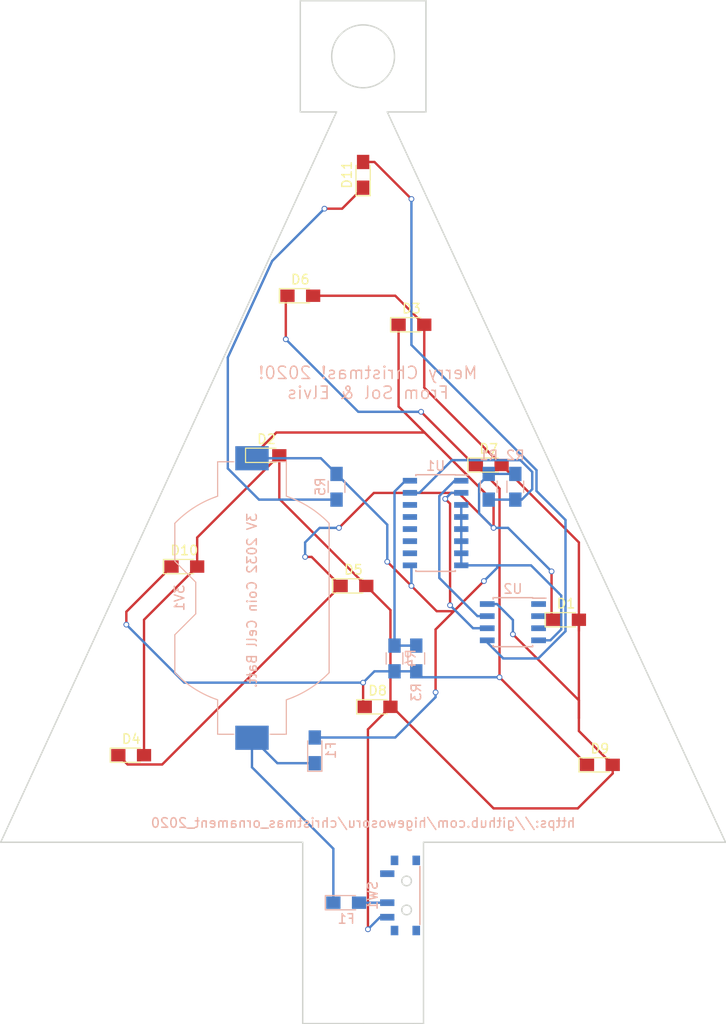
<source format=kicad_pcb>
(kicad_pcb (version 20171130) (host pcbnew 5.1.8-db9833491~88~ubuntu18.04.1)

  (general
    (thickness 1.6)
    (drawings 21)
    (tracks 192)
    (zones 0)
    (modules 22)
    (nets 22)
  )

  (page A4)
  (layers
    (0 F.Cu signal)
    (31 B.Cu signal)
    (32 B.Adhes user)
    (33 F.Adhes user)
    (34 B.Paste user)
    (35 F.Paste user)
    (36 B.SilkS user)
    (37 F.SilkS user)
    (38 B.Mask user)
    (39 F.Mask user)
    (40 Dwgs.User user)
    (41 Cmts.User user)
    (42 Eco1.User user)
    (43 Eco2.User user)
    (44 Edge.Cuts user)
    (45 Margin user)
    (46 B.CrtYd user)
    (47 F.CrtYd user)
    (48 B.Fab user)
    (49 F.Fab user)
  )

  (setup
    (last_trace_width 0.25)
    (trace_clearance 0.2)
    (zone_clearance 0.508)
    (zone_45_only no)
    (trace_min 0.2)
    (via_size 0.6)
    (via_drill 0.4)
    (via_min_size 0.4)
    (via_min_drill 0.3)
    (uvia_size 0.3)
    (uvia_drill 0.1)
    (uvias_allowed no)
    (uvia_min_size 0.2)
    (uvia_min_drill 0.1)
    (edge_width 0.15)
    (segment_width 0.2)
    (pcb_text_width 0.3)
    (pcb_text_size 1.5 1.5)
    (mod_edge_width 0.15)
    (mod_text_size 1 1)
    (mod_text_width 0.15)
    (pad_size 1.5 1.3)
    (pad_drill 0)
    (pad_to_mask_clearance 0.2)
    (aux_axis_origin 0 0)
    (visible_elements FFFFFF7F)
    (pcbplotparams
      (layerselection 0x010f0_ffffffff)
      (usegerberextensions false)
      (usegerberattributes true)
      (usegerberadvancedattributes true)
      (creategerberjobfile true)
      (excludeedgelayer true)
      (linewidth 0.100000)
      (plotframeref false)
      (viasonmask false)
      (mode 1)
      (useauxorigin false)
      (hpglpennumber 1)
      (hpglpenspeed 20)
      (hpglpendiameter 15.000000)
      (psnegative false)
      (psa4output false)
      (plotreference true)
      (plotvalue true)
      (plotinvisibletext false)
      (padsonsilk false)
      (subtractmaskfromsilk false)
      (outputformat 1)
      (mirror false)
      (drillshape 0)
      (scaleselection 1)
      (outputdirectory "./"))
  )

  (net 0 "")
  (net 1 "Net-(3V1-Pad1)")
  (net 2 GND)
  (net 3 "Net-(D1-Pad1)")
  (net 4 +3V3)
  (net 5 "Net-(D10-Pad1)")
  (net 6 "Net-(D11-Pad1)")
  (net 7 "Net-(D11-Pad2)")
  (net 8 "Net-(F1-Pad2)")
  (net 9 /group1)
  (net 10 /group0)
  (net 11 "Net-(SW1-Pad1)")
  (net 12 "Net-(U1-Pad1)")
  (net 13 "Net-(U1-Pad2)")
  (net 14 "Net-(U1-Pad10)")
  (net 15 "Net-(U1-Pad11)")
  (net 16 "Net-(U1-Pad12)")
  (net 17 "Net-(U1-Pad13)")
  (net 18 "Net-(U1-Pad14)")
  (net 19 "Net-(U2-Pad1)")
  (net 20 "Net-(U2-Pad2)")
  (net 21 "Net-(U2-Pad3)")

  (net_class Default "This is the default net class."
    (clearance 0.2)
    (trace_width 0.25)
    (via_dia 0.6)
    (via_drill 0.4)
    (uvia_dia 0.3)
    (uvia_drill 0.1)
    (add_net +3V3)
    (add_net /group0)
    (add_net /group1)
    (add_net GND)
    (add_net "Net-(3V1-Pad1)")
    (add_net "Net-(D1-Pad1)")
    (add_net "Net-(D10-Pad1)")
    (add_net "Net-(D11-Pad1)")
    (add_net "Net-(D11-Pad2)")
    (add_net "Net-(F1-Pad2)")
    (add_net "Net-(SW1-Pad1)")
    (add_net "Net-(U1-Pad1)")
    (add_net "Net-(U1-Pad10)")
    (add_net "Net-(U1-Pad11)")
    (add_net "Net-(U1-Pad12)")
    (add_net "Net-(U1-Pad13)")
    (add_net "Net-(U1-Pad14)")
    (add_net "Net-(U1-Pad2)")
    (add_net "Net-(U2-Pad1)")
    (add_net "Net-(U2-Pad2)")
    (add_net "Net-(U2-Pad3)")
  )

  (module LEDs:LED_0805_HandSoldering (layer B.Cu) (tedit 5FBF2DC9) (tstamp 5FBF2E18)
    (at 83.82 117.348 90)
    (descr "Resistor SMD 0805, hand soldering")
    (tags "resistor 0805")
    (path /5FB228BD)
    (attr smd)
    (fp_text reference F1 (at 0 1.7 90) (layer B.SilkS)
      (effects (font (size 1 1) (thickness 0.15)) (justify mirror))
    )
    (fp_text value 250mA (at 0 -1.75 90) (layer B.Fab)
      (effects (font (size 1 1) (thickness 0.15)) (justify mirror))
    )
    (fp_line (start -2.2 0.75) (end -2.2 -0.75) (layer B.SilkS) (width 0.12))
    (fp_line (start 2.35 -0.9) (end -2.35 -0.9) (layer B.CrtYd) (width 0.05))
    (fp_line (start 2.35 -0.9) (end 2.35 0.9) (layer B.CrtYd) (width 0.05))
    (fp_line (start -2.35 0.9) (end -2.35 -0.9) (layer B.CrtYd) (width 0.05))
    (fp_line (start -2.35 0.9) (end 2.35 0.9) (layer B.CrtYd) (width 0.05))
    (fp_line (start -2.2 0.75) (end 1 0.75) (layer B.SilkS) (width 0.12))
    (fp_line (start 1 -0.75) (end -2.2 -0.75) (layer B.SilkS) (width 0.12))
    (fp_line (start -1 0.62) (end 1 0.62) (layer B.Fab) (width 0.1))
    (fp_line (start 1 0.62) (end 1 -0.62) (layer B.Fab) (width 0.1))
    (fp_line (start 1 -0.62) (end -1 -0.62) (layer B.Fab) (width 0.1))
    (fp_line (start -1 -0.62) (end -1 0.62) (layer B.Fab) (width 0.1))
    (fp_line (start 0.2 0.4) (end 0.2 -0.4) (layer B.Fab) (width 0.1))
    (fp_line (start 0.2 -0.4) (end -0.4 0) (layer B.Fab) (width 0.1))
    (fp_line (start -0.4 0) (end 0.2 0.4) (layer B.Fab) (width 0.1))
    (fp_line (start -0.4 0.4) (end -0.4 -0.4) (layer B.Fab) (width 0.1))
    (pad 2 smd rect (at 1.35 0 90) (size 1.5 1.3) (layers B.Cu B.Paste B.Mask)
      (net 2 GND))
    (pad 1 smd rect (at -1.35 0 90) (size 1.5 1.3) (layers B.Cu B.Paste B.Mask)
      (net 1 "Net-(3V1-Pad1)"))
    (model ${KISYS3DMOD}/LEDs.3dshapes/LED_0805.wrl
      (at (xyz 0 0 0))
      (scale (xyz 1 1 1))
      (rotate (xyz 0 0 0))
    )
  )

  (module Battery_Holders:Keystone_1058_1x2032-CoinCell (layer B.Cu) (tedit 5FBB5CB1) (tstamp 5FBB5CD2)
    (at 77.216 101.346 90)
    (descr http://www.keyelco.com/product-pdf.cfm?p=14028)
    (tags "Keystone type 1058 coin cell retainer")
    (path /5FB1FA26)
    (attr smd)
    (fp_text reference 3V1 (at 0 -7.62 90) (layer B.SilkS)
      (effects (font (size 1 1) (thickness 0.15)) (justify mirror))
    )
    (fp_text value Battery_Cell (at -0.508 -1.778 90) (layer B.Fab)
      (effects (font (size 1 1) (thickness 0.15)) (justify mirror))
    )
    (fp_line (start 11.06 -4.11) (end 16.45 -4.11) (layer B.CrtYd) (width 0.05))
    (fp_line (start 16.45 -4.11) (end 16.45 4.11) (layer B.CrtYd) (width 0.05))
    (fp_line (start 16.45 4.11) (end 11.06 4.11) (layer B.CrtYd) (width 0.05))
    (fp_line (start -16.45 4.11) (end -11.06 4.11) (layer B.CrtYd) (width 0.05))
    (fp_line (start -16.45 4.11) (end -16.45 -4.11) (layer B.CrtYd) (width 0.05))
    (fp_line (start -16.45 -4.11) (end -11.06 -4.11) (layer B.CrtYd) (width 0.05))
    (fp_line (start -14.31 -1.9) (end -14.31 -3.61) (layer B.SilkS) (width 0.12))
    (fp_line (start -10.692 -3.61) (end -14.31 -3.61) (layer B.SilkS) (width 0.12))
    (fp_line (start -3.86 -8.11) (end -7.8473 -8.11) (layer B.SilkS) (width 0.12))
    (fp_line (start -1.66 -5.91) (end -3.86 -8.11) (layer B.SilkS) (width 0.12))
    (fp_line (start 1.66 -5.91) (end -1.66 -5.91) (layer B.SilkS) (width 0.12))
    (fp_line (start 1.66 -5.91) (end 3.86 -8.11) (layer B.SilkS) (width 0.12))
    (fp_line (start 7.8473 -8.11) (end 3.86 -8.11) (layer B.SilkS) (width 0.12))
    (fp_line (start 14.31 -1.9) (end 14.31 -3.61) (layer B.SilkS) (width 0.12))
    (fp_line (start 14.31 -3.61) (end 10.692 -3.61) (layer B.SilkS) (width 0.12))
    (fp_line (start 10.692 3.61) (end 14.31 3.61) (layer B.SilkS) (width 0.12))
    (fp_line (start 14.31 1.9) (end 14.31 3.61) (layer B.SilkS) (width 0.12))
    (fp_line (start -7.8473 8.11) (end 7.8473 8.11) (layer B.SilkS) (width 0.12))
    (fp_line (start -14.31 1.9) (end -14.31 3.61) (layer B.SilkS) (width 0.12))
    (fp_line (start -14.31 3.61) (end -10.692 3.61) (layer B.SilkS) (width 0.12))
    (fp_line (start 14.2 -1.9) (end 14.2 -3.5) (layer B.Fab) (width 0.1))
    (fp_line (start 14.2 -3.5) (end 10.61275 -3.5) (layer B.Fab) (width 0.1))
    (fp_line (start 10.61275 3.5) (end 14.2 3.5) (layer B.Fab) (width 0.1))
    (fp_line (start 14.2 3.5) (end 14.2 1.9) (layer B.Fab) (width 0.1))
    (fp_line (start -14.2 -1.9) (end -14.2 -3.5) (layer B.Fab) (width 0.1))
    (fp_line (start -14.2 -3.5) (end -10.61275 -3.5) (layer B.Fab) (width 0.1))
    (fp_line (start 3.9 -8) (end 7.8026 -8) (layer B.Fab) (width 0.1))
    (fp_line (start 1.7 -5.8) (end 3.9 -8) (layer B.Fab) (width 0.1))
    (fp_line (start -1.7 -5.8) (end -3.9 -8) (layer B.Fab) (width 0.1))
    (fp_line (start -1.7 -5.8) (end 1.7 -5.8) (layer B.Fab) (width 0.1))
    (fp_line (start -14.2 3.5) (end -10.61275 3.5) (layer B.Fab) (width 0.1))
    (fp_line (start -14.2 3.5) (end -14.2 1.9) (layer B.Fab) (width 0.1))
    (fp_line (start -3.9 -8) (end -7.8026 -8) (layer B.Fab) (width 0.1))
    (fp_line (start -7.8026 8) (end 7.8026 8) (layer B.Fab) (width 0.1))
    (fp_circle (center 0 0) (end 10 0) (layer Dwgs.User) (width 0.15))
    (fp_arc (start 0 0) (end 11.06 -4.11) (angle -139.2) (layer B.CrtYd) (width 0.05))
    (fp_arc (start 0 0) (end -11.06 4.11) (angle -139.2) (layer B.CrtYd) (width 0.05))
    (fp_arc (start 0 0) (end -10.692 -3.61) (angle 27.3) (layer B.SilkS) (width 0.12))
    (fp_arc (start 0 0) (end 10.692 3.61) (angle 27.3) (layer B.SilkS) (width 0.12))
    (fp_arc (start 0 0) (end 10.692 -3.61) (angle -27.3) (layer B.SilkS) (width 0.12))
    (fp_arc (start 0 0) (end -10.692 3.61) (angle -27.3) (layer B.SilkS) (width 0.12))
    (fp_arc (start 0 0) (end -10.61275 -3.5) (angle 27.4635) (layer B.Fab) (width 0.1))
    (fp_arc (start 0 0) (end 10.61275 3.5) (angle 27.4635) (layer B.Fab) (width 0.1))
    (fp_arc (start 0 0) (end 10.61275 -3.5) (angle -27.4635) (layer B.Fab) (width 0.1))
    (fp_arc (start 0 0) (end -10.61275 3.5) (angle -27.4635) (layer B.Fab) (width 0.1))
    (pad 1 smd rect (at -14.68 0 90) (size 2.54 3.51) (layers B.Cu B.Paste B.Mask)
      (net 1 "Net-(3V1-Pad1)"))
    (pad 2 smd rect (at 14.68 0 90) (size 2.54 3.51) (layers B.Cu B.Paste B.Mask)
      (net 2 GND))
  )

  (module LEDs:LED_0805_HandSoldering (layer F.Cu) (tedit 595FCA25) (tstamp 5FBB5CD8)
    (at 110.236 103.632)
    (descr "Resistor SMD 0805, hand soldering")
    (tags "resistor 0805")
    (path /5FB20CCF)
    (attr smd)
    (fp_text reference D1 (at 0 -1.7) (layer F.SilkS)
      (effects (font (size 1 1) (thickness 0.15)))
    )
    (fp_text value LED (at 0 1.75) (layer F.Fab)
      (effects (font (size 1 1) (thickness 0.15)))
    )
    (fp_line (start -0.4 -0.4) (end -0.4 0.4) (layer F.Fab) (width 0.1))
    (fp_line (start -0.4 0) (end 0.2 -0.4) (layer F.Fab) (width 0.1))
    (fp_line (start 0.2 0.4) (end -0.4 0) (layer F.Fab) (width 0.1))
    (fp_line (start 0.2 -0.4) (end 0.2 0.4) (layer F.Fab) (width 0.1))
    (fp_line (start -1 0.62) (end -1 -0.62) (layer F.Fab) (width 0.1))
    (fp_line (start 1 0.62) (end -1 0.62) (layer F.Fab) (width 0.1))
    (fp_line (start 1 -0.62) (end 1 0.62) (layer F.Fab) (width 0.1))
    (fp_line (start -1 -0.62) (end 1 -0.62) (layer F.Fab) (width 0.1))
    (fp_line (start 1 0.75) (end -2.2 0.75) (layer F.SilkS) (width 0.12))
    (fp_line (start -2.2 -0.75) (end 1 -0.75) (layer F.SilkS) (width 0.12))
    (fp_line (start -2.35 -0.9) (end 2.35 -0.9) (layer F.CrtYd) (width 0.05))
    (fp_line (start -2.35 -0.9) (end -2.35 0.9) (layer F.CrtYd) (width 0.05))
    (fp_line (start 2.35 0.9) (end 2.35 -0.9) (layer F.CrtYd) (width 0.05))
    (fp_line (start 2.35 0.9) (end -2.35 0.9) (layer F.CrtYd) (width 0.05))
    (fp_line (start -2.2 -0.75) (end -2.2 0.75) (layer F.SilkS) (width 0.12))
    (pad 1 smd rect (at -1.35 0) (size 1.5 1.3) (layers F.Cu F.Paste F.Mask)
      (net 3 "Net-(D1-Pad1)"))
    (pad 2 smd rect (at 1.35 0) (size 1.5 1.3) (layers F.Cu F.Paste F.Mask)
      (net 4 +3V3))
    (model ${KISYS3DMOD}/LEDs.3dshapes/LED_0805.wrl
      (at (xyz 0 0 0))
      (scale (xyz 1 1 1))
      (rotate (xyz 0 0 0))
    )
  )

  (module LEDs:LED_0805_HandSoldering (layer F.Cu) (tedit 595FCA25) (tstamp 5FBDF659)
    (at 78.74 86.36)
    (descr "Resistor SMD 0805, hand soldering")
    (tags "resistor 0805")
    (path /5FB20DFA)
    (attr smd)
    (fp_text reference D2 (at 0 -1.7) (layer F.SilkS)
      (effects (font (size 1 1) (thickness 0.15)))
    )
    (fp_text value LED (at 0 1.75) (layer F.Fab)
      (effects (font (size 1 1) (thickness 0.15)))
    )
    (fp_line (start -0.4 -0.4) (end -0.4 0.4) (layer F.Fab) (width 0.1))
    (fp_line (start -0.4 0) (end 0.2 -0.4) (layer F.Fab) (width 0.1))
    (fp_line (start 0.2 0.4) (end -0.4 0) (layer F.Fab) (width 0.1))
    (fp_line (start 0.2 -0.4) (end 0.2 0.4) (layer F.Fab) (width 0.1))
    (fp_line (start -1 0.62) (end -1 -0.62) (layer F.Fab) (width 0.1))
    (fp_line (start 1 0.62) (end -1 0.62) (layer F.Fab) (width 0.1))
    (fp_line (start 1 -0.62) (end 1 0.62) (layer F.Fab) (width 0.1))
    (fp_line (start -1 -0.62) (end 1 -0.62) (layer F.Fab) (width 0.1))
    (fp_line (start 1 0.75) (end -2.2 0.75) (layer F.SilkS) (width 0.12))
    (fp_line (start -2.2 -0.75) (end 1 -0.75) (layer F.SilkS) (width 0.12))
    (fp_line (start -2.35 -0.9) (end 2.35 -0.9) (layer F.CrtYd) (width 0.05))
    (fp_line (start -2.35 -0.9) (end -2.35 0.9) (layer F.CrtYd) (width 0.05))
    (fp_line (start 2.35 0.9) (end 2.35 -0.9) (layer F.CrtYd) (width 0.05))
    (fp_line (start 2.35 0.9) (end -2.35 0.9) (layer F.CrtYd) (width 0.05))
    (fp_line (start -2.2 -0.75) (end -2.2 0.75) (layer F.SilkS) (width 0.12))
    (pad 1 smd rect (at -1.35 0) (size 1.5 1.3) (layers F.Cu F.Paste F.Mask)
      (net 3 "Net-(D1-Pad1)"))
    (pad 2 smd rect (at 1.35 0) (size 1.5 1.3) (layers F.Cu F.Paste F.Mask)
      (net 4 +3V3))
    (model ${KISYS3DMOD}/LEDs.3dshapes/LED_0805.wrl
      (at (xyz 0 0 0))
      (scale (xyz 1 1 1))
      (rotate (xyz 0 0 0))
    )
  )

  (module LEDs:LED_0805_HandSoldering (layer F.Cu) (tedit 595FCA25) (tstamp 5FBB5CE4)
    (at 93.98 72.644)
    (descr "Resistor SMD 0805, hand soldering")
    (tags "resistor 0805")
    (path /5FB20E30)
    (attr smd)
    (fp_text reference D3 (at 0 -1.7) (layer F.SilkS)
      (effects (font (size 1 1) (thickness 0.15)))
    )
    (fp_text value LED (at 0 1.75) (layer F.Fab)
      (effects (font (size 1 1) (thickness 0.15)))
    )
    (fp_line (start -0.4 -0.4) (end -0.4 0.4) (layer F.Fab) (width 0.1))
    (fp_line (start -0.4 0) (end 0.2 -0.4) (layer F.Fab) (width 0.1))
    (fp_line (start 0.2 0.4) (end -0.4 0) (layer F.Fab) (width 0.1))
    (fp_line (start 0.2 -0.4) (end 0.2 0.4) (layer F.Fab) (width 0.1))
    (fp_line (start -1 0.62) (end -1 -0.62) (layer F.Fab) (width 0.1))
    (fp_line (start 1 0.62) (end -1 0.62) (layer F.Fab) (width 0.1))
    (fp_line (start 1 -0.62) (end 1 0.62) (layer F.Fab) (width 0.1))
    (fp_line (start -1 -0.62) (end 1 -0.62) (layer F.Fab) (width 0.1))
    (fp_line (start 1 0.75) (end -2.2 0.75) (layer F.SilkS) (width 0.12))
    (fp_line (start -2.2 -0.75) (end 1 -0.75) (layer F.SilkS) (width 0.12))
    (fp_line (start -2.35 -0.9) (end 2.35 -0.9) (layer F.CrtYd) (width 0.05))
    (fp_line (start -2.35 -0.9) (end -2.35 0.9) (layer F.CrtYd) (width 0.05))
    (fp_line (start 2.35 0.9) (end 2.35 -0.9) (layer F.CrtYd) (width 0.05))
    (fp_line (start 2.35 0.9) (end -2.35 0.9) (layer F.CrtYd) (width 0.05))
    (fp_line (start -2.2 -0.75) (end -2.2 0.75) (layer F.SilkS) (width 0.12))
    (pad 1 smd rect (at -1.35 0) (size 1.5 1.3) (layers F.Cu F.Paste F.Mask)
      (net 3 "Net-(D1-Pad1)"))
    (pad 2 smd rect (at 1.35 0) (size 1.5 1.3) (layers F.Cu F.Paste F.Mask)
      (net 4 +3V3))
    (model ${KISYS3DMOD}/LEDs.3dshapes/LED_0805.wrl
      (at (xyz 0 0 0))
      (scale (xyz 1 1 1))
      (rotate (xyz 0 0 0))
    )
  )

  (module LEDs:LED_0805_HandSoldering (layer F.Cu) (tedit 595FCA25) (tstamp 5FBB5CEA)
    (at 64.516 117.856)
    (descr "Resistor SMD 0805, hand soldering")
    (tags "resistor 0805")
    (path /5FB20E63)
    (attr smd)
    (fp_text reference D4 (at 0 -1.7) (layer F.SilkS)
      (effects (font (size 1 1) (thickness 0.15)))
    )
    (fp_text value LED (at 0 1.75) (layer F.Fab)
      (effects (font (size 1 1) (thickness 0.15)))
    )
    (fp_line (start -0.4 -0.4) (end -0.4 0.4) (layer F.Fab) (width 0.1))
    (fp_line (start -0.4 0) (end 0.2 -0.4) (layer F.Fab) (width 0.1))
    (fp_line (start 0.2 0.4) (end -0.4 0) (layer F.Fab) (width 0.1))
    (fp_line (start 0.2 -0.4) (end 0.2 0.4) (layer F.Fab) (width 0.1))
    (fp_line (start -1 0.62) (end -1 -0.62) (layer F.Fab) (width 0.1))
    (fp_line (start 1 0.62) (end -1 0.62) (layer F.Fab) (width 0.1))
    (fp_line (start 1 -0.62) (end 1 0.62) (layer F.Fab) (width 0.1))
    (fp_line (start -1 -0.62) (end 1 -0.62) (layer F.Fab) (width 0.1))
    (fp_line (start 1 0.75) (end -2.2 0.75) (layer F.SilkS) (width 0.12))
    (fp_line (start -2.2 -0.75) (end 1 -0.75) (layer F.SilkS) (width 0.12))
    (fp_line (start -2.35 -0.9) (end 2.35 -0.9) (layer F.CrtYd) (width 0.05))
    (fp_line (start -2.35 -0.9) (end -2.35 0.9) (layer F.CrtYd) (width 0.05))
    (fp_line (start 2.35 0.9) (end 2.35 -0.9) (layer F.CrtYd) (width 0.05))
    (fp_line (start 2.35 0.9) (end -2.35 0.9) (layer F.CrtYd) (width 0.05))
    (fp_line (start -2.2 -0.75) (end -2.2 0.75) (layer F.SilkS) (width 0.12))
    (pad 1 smd rect (at -1.35 0) (size 1.5 1.3) (layers F.Cu F.Paste F.Mask)
      (net 3 "Net-(D1-Pad1)"))
    (pad 2 smd rect (at 1.35 0) (size 1.5 1.3) (layers F.Cu F.Paste F.Mask)
      (net 4 +3V3))
    (model ${KISYS3DMOD}/LEDs.3dshapes/LED_0805.wrl
      (at (xyz 0 0 0))
      (scale (xyz 1 1 1))
      (rotate (xyz 0 0 0))
    )
  )

  (module LEDs:LED_0805_HandSoldering (layer F.Cu) (tedit 595FCA25) (tstamp 5FBB5CF0)
    (at 87.884 100.076)
    (descr "Resistor SMD 0805, hand soldering")
    (tags "resistor 0805")
    (path /5FB20EA5)
    (attr smd)
    (fp_text reference D5 (at 0 -1.7) (layer F.SilkS)
      (effects (font (size 1 1) (thickness 0.15)))
    )
    (fp_text value LED (at 0 1.75) (layer F.Fab)
      (effects (font (size 1 1) (thickness 0.15)))
    )
    (fp_line (start -0.4 -0.4) (end -0.4 0.4) (layer F.Fab) (width 0.1))
    (fp_line (start -0.4 0) (end 0.2 -0.4) (layer F.Fab) (width 0.1))
    (fp_line (start 0.2 0.4) (end -0.4 0) (layer F.Fab) (width 0.1))
    (fp_line (start 0.2 -0.4) (end 0.2 0.4) (layer F.Fab) (width 0.1))
    (fp_line (start -1 0.62) (end -1 -0.62) (layer F.Fab) (width 0.1))
    (fp_line (start 1 0.62) (end -1 0.62) (layer F.Fab) (width 0.1))
    (fp_line (start 1 -0.62) (end 1 0.62) (layer F.Fab) (width 0.1))
    (fp_line (start -1 -0.62) (end 1 -0.62) (layer F.Fab) (width 0.1))
    (fp_line (start 1 0.75) (end -2.2 0.75) (layer F.SilkS) (width 0.12))
    (fp_line (start -2.2 -0.75) (end 1 -0.75) (layer F.SilkS) (width 0.12))
    (fp_line (start -2.35 -0.9) (end 2.35 -0.9) (layer F.CrtYd) (width 0.05))
    (fp_line (start -2.35 -0.9) (end -2.35 0.9) (layer F.CrtYd) (width 0.05))
    (fp_line (start 2.35 0.9) (end 2.35 -0.9) (layer F.CrtYd) (width 0.05))
    (fp_line (start 2.35 0.9) (end -2.35 0.9) (layer F.CrtYd) (width 0.05))
    (fp_line (start -2.2 -0.75) (end -2.2 0.75) (layer F.SilkS) (width 0.12))
    (pad 1 smd rect (at -1.35 0) (size 1.5 1.3) (layers F.Cu F.Paste F.Mask)
      (net 3 "Net-(D1-Pad1)"))
    (pad 2 smd rect (at 1.35 0) (size 1.5 1.3) (layers F.Cu F.Paste F.Mask)
      (net 4 +3V3))
    (model ${KISYS3DMOD}/LEDs.3dshapes/LED_0805.wrl
      (at (xyz 0 0 0))
      (scale (xyz 1 1 1))
      (rotate (xyz 0 0 0))
    )
  )

  (module LEDs:LED_0805_HandSoldering (layer F.Cu) (tedit 595FCA25) (tstamp 5FBB5CF6)
    (at 82.296 69.596)
    (descr "Resistor SMD 0805, hand soldering")
    (tags "resistor 0805")
    (path /5FB21308)
    (attr smd)
    (fp_text reference D6 (at 0 -1.7) (layer F.SilkS)
      (effects (font (size 1 1) (thickness 0.15)))
    )
    (fp_text value LED (at 0 1.75) (layer F.Fab)
      (effects (font (size 1 1) (thickness 0.15)))
    )
    (fp_line (start -0.4 -0.4) (end -0.4 0.4) (layer F.Fab) (width 0.1))
    (fp_line (start -0.4 0) (end 0.2 -0.4) (layer F.Fab) (width 0.1))
    (fp_line (start 0.2 0.4) (end -0.4 0) (layer F.Fab) (width 0.1))
    (fp_line (start 0.2 -0.4) (end 0.2 0.4) (layer F.Fab) (width 0.1))
    (fp_line (start -1 0.62) (end -1 -0.62) (layer F.Fab) (width 0.1))
    (fp_line (start 1 0.62) (end -1 0.62) (layer F.Fab) (width 0.1))
    (fp_line (start 1 -0.62) (end 1 0.62) (layer F.Fab) (width 0.1))
    (fp_line (start -1 -0.62) (end 1 -0.62) (layer F.Fab) (width 0.1))
    (fp_line (start 1 0.75) (end -2.2 0.75) (layer F.SilkS) (width 0.12))
    (fp_line (start -2.2 -0.75) (end 1 -0.75) (layer F.SilkS) (width 0.12))
    (fp_line (start -2.35 -0.9) (end 2.35 -0.9) (layer F.CrtYd) (width 0.05))
    (fp_line (start -2.35 -0.9) (end -2.35 0.9) (layer F.CrtYd) (width 0.05))
    (fp_line (start 2.35 0.9) (end 2.35 -0.9) (layer F.CrtYd) (width 0.05))
    (fp_line (start 2.35 0.9) (end -2.35 0.9) (layer F.CrtYd) (width 0.05))
    (fp_line (start -2.2 -0.75) (end -2.2 0.75) (layer F.SilkS) (width 0.12))
    (pad 1 smd rect (at -1.35 0) (size 1.5 1.3) (layers F.Cu F.Paste F.Mask)
      (net 5 "Net-(D10-Pad1)"))
    (pad 2 smd rect (at 1.35 0) (size 1.5 1.3) (layers F.Cu F.Paste F.Mask)
      (net 4 +3V3))
    (model ${KISYS3DMOD}/LEDs.3dshapes/LED_0805.wrl
      (at (xyz 0 0 0))
      (scale (xyz 1 1 1))
      (rotate (xyz 0 0 0))
    )
  )

  (module LEDs:LED_0805_HandSoldering (layer F.Cu) (tedit 595FCA25) (tstamp 5FBB5CFC)
    (at 102.108 87.376)
    (descr "Resistor SMD 0805, hand soldering")
    (tags "resistor 0805")
    (path /5FB2130E)
    (attr smd)
    (fp_text reference D7 (at 0 -1.7) (layer F.SilkS)
      (effects (font (size 1 1) (thickness 0.15)))
    )
    (fp_text value LED (at 0 1.75) (layer F.Fab)
      (effects (font (size 1 1) (thickness 0.15)))
    )
    (fp_line (start -0.4 -0.4) (end -0.4 0.4) (layer F.Fab) (width 0.1))
    (fp_line (start -0.4 0) (end 0.2 -0.4) (layer F.Fab) (width 0.1))
    (fp_line (start 0.2 0.4) (end -0.4 0) (layer F.Fab) (width 0.1))
    (fp_line (start 0.2 -0.4) (end 0.2 0.4) (layer F.Fab) (width 0.1))
    (fp_line (start -1 0.62) (end -1 -0.62) (layer F.Fab) (width 0.1))
    (fp_line (start 1 0.62) (end -1 0.62) (layer F.Fab) (width 0.1))
    (fp_line (start 1 -0.62) (end 1 0.62) (layer F.Fab) (width 0.1))
    (fp_line (start -1 -0.62) (end 1 -0.62) (layer F.Fab) (width 0.1))
    (fp_line (start 1 0.75) (end -2.2 0.75) (layer F.SilkS) (width 0.12))
    (fp_line (start -2.2 -0.75) (end 1 -0.75) (layer F.SilkS) (width 0.12))
    (fp_line (start -2.35 -0.9) (end 2.35 -0.9) (layer F.CrtYd) (width 0.05))
    (fp_line (start -2.35 -0.9) (end -2.35 0.9) (layer F.CrtYd) (width 0.05))
    (fp_line (start 2.35 0.9) (end 2.35 -0.9) (layer F.CrtYd) (width 0.05))
    (fp_line (start 2.35 0.9) (end -2.35 0.9) (layer F.CrtYd) (width 0.05))
    (fp_line (start -2.2 -0.75) (end -2.2 0.75) (layer F.SilkS) (width 0.12))
    (pad 1 smd rect (at -1.35 0) (size 1.5 1.3) (layers F.Cu F.Paste F.Mask)
      (net 5 "Net-(D10-Pad1)"))
    (pad 2 smd rect (at 1.35 0) (size 1.5 1.3) (layers F.Cu F.Paste F.Mask)
      (net 4 +3V3))
    (model ${KISYS3DMOD}/LEDs.3dshapes/LED_0805.wrl
      (at (xyz 0 0 0))
      (scale (xyz 1 1 1))
      (rotate (xyz 0 0 0))
    )
  )

  (module LEDs:LED_0805_HandSoldering (layer F.Cu) (tedit 595FCA25) (tstamp 5FBB5D02)
    (at 90.424 112.776)
    (descr "Resistor SMD 0805, hand soldering")
    (tags "resistor 0805")
    (path /5FB21314)
    (attr smd)
    (fp_text reference D8 (at 0 -1.7) (layer F.SilkS)
      (effects (font (size 1 1) (thickness 0.15)))
    )
    (fp_text value LED (at 0 1.75) (layer F.Fab)
      (effects (font (size 1 1) (thickness 0.15)))
    )
    (fp_line (start -0.4 -0.4) (end -0.4 0.4) (layer F.Fab) (width 0.1))
    (fp_line (start -0.4 0) (end 0.2 -0.4) (layer F.Fab) (width 0.1))
    (fp_line (start 0.2 0.4) (end -0.4 0) (layer F.Fab) (width 0.1))
    (fp_line (start 0.2 -0.4) (end 0.2 0.4) (layer F.Fab) (width 0.1))
    (fp_line (start -1 0.62) (end -1 -0.62) (layer F.Fab) (width 0.1))
    (fp_line (start 1 0.62) (end -1 0.62) (layer F.Fab) (width 0.1))
    (fp_line (start 1 -0.62) (end 1 0.62) (layer F.Fab) (width 0.1))
    (fp_line (start -1 -0.62) (end 1 -0.62) (layer F.Fab) (width 0.1))
    (fp_line (start 1 0.75) (end -2.2 0.75) (layer F.SilkS) (width 0.12))
    (fp_line (start -2.2 -0.75) (end 1 -0.75) (layer F.SilkS) (width 0.12))
    (fp_line (start -2.35 -0.9) (end 2.35 -0.9) (layer F.CrtYd) (width 0.05))
    (fp_line (start -2.35 -0.9) (end -2.35 0.9) (layer F.CrtYd) (width 0.05))
    (fp_line (start 2.35 0.9) (end 2.35 -0.9) (layer F.CrtYd) (width 0.05))
    (fp_line (start 2.35 0.9) (end -2.35 0.9) (layer F.CrtYd) (width 0.05))
    (fp_line (start -2.2 -0.75) (end -2.2 0.75) (layer F.SilkS) (width 0.12))
    (pad 1 smd rect (at -1.35 0) (size 1.5 1.3) (layers F.Cu F.Paste F.Mask)
      (net 5 "Net-(D10-Pad1)"))
    (pad 2 smd rect (at 1.35 0) (size 1.5 1.3) (layers F.Cu F.Paste F.Mask)
      (net 4 +3V3))
    (model ${KISYS3DMOD}/LEDs.3dshapes/LED_0805.wrl
      (at (xyz 0 0 0))
      (scale (xyz 1 1 1))
      (rotate (xyz 0 0 0))
    )
  )

  (module LEDs:LED_0805_HandSoldering (layer F.Cu) (tedit 595FCA25) (tstamp 5FBB5D08)
    (at 113.792 118.872)
    (descr "Resistor SMD 0805, hand soldering")
    (tags "resistor 0805")
    (path /5FB2131A)
    (attr smd)
    (fp_text reference D9 (at 0 -1.7) (layer F.SilkS)
      (effects (font (size 1 1) (thickness 0.15)))
    )
    (fp_text value LED (at 0 1.75) (layer F.Fab)
      (effects (font (size 1 1) (thickness 0.15)))
    )
    (fp_line (start -0.4 -0.4) (end -0.4 0.4) (layer F.Fab) (width 0.1))
    (fp_line (start -0.4 0) (end 0.2 -0.4) (layer F.Fab) (width 0.1))
    (fp_line (start 0.2 0.4) (end -0.4 0) (layer F.Fab) (width 0.1))
    (fp_line (start 0.2 -0.4) (end 0.2 0.4) (layer F.Fab) (width 0.1))
    (fp_line (start -1 0.62) (end -1 -0.62) (layer F.Fab) (width 0.1))
    (fp_line (start 1 0.62) (end -1 0.62) (layer F.Fab) (width 0.1))
    (fp_line (start 1 -0.62) (end 1 0.62) (layer F.Fab) (width 0.1))
    (fp_line (start -1 -0.62) (end 1 -0.62) (layer F.Fab) (width 0.1))
    (fp_line (start 1 0.75) (end -2.2 0.75) (layer F.SilkS) (width 0.12))
    (fp_line (start -2.2 -0.75) (end 1 -0.75) (layer F.SilkS) (width 0.12))
    (fp_line (start -2.35 -0.9) (end 2.35 -0.9) (layer F.CrtYd) (width 0.05))
    (fp_line (start -2.35 -0.9) (end -2.35 0.9) (layer F.CrtYd) (width 0.05))
    (fp_line (start 2.35 0.9) (end 2.35 -0.9) (layer F.CrtYd) (width 0.05))
    (fp_line (start 2.35 0.9) (end -2.35 0.9) (layer F.CrtYd) (width 0.05))
    (fp_line (start -2.2 -0.75) (end -2.2 0.75) (layer F.SilkS) (width 0.12))
    (pad 1 smd rect (at -1.35 0) (size 1.5 1.3) (layers F.Cu F.Paste F.Mask)
      (net 5 "Net-(D10-Pad1)"))
    (pad 2 smd rect (at 1.35 0) (size 1.5 1.3) (layers F.Cu F.Paste F.Mask)
      (net 4 +3V3))
    (model ${KISYS3DMOD}/LEDs.3dshapes/LED_0805.wrl
      (at (xyz 0 0 0))
      (scale (xyz 1 1 1))
      (rotate (xyz 0 0 0))
    )
  )

  (module LEDs:LED_0805_HandSoldering (layer F.Cu) (tedit 595FCA25) (tstamp 5FBB5D0E)
    (at 70.104 98.044)
    (descr "Resistor SMD 0805, hand soldering")
    (tags "resistor 0805")
    (path /5FB21320)
    (attr smd)
    (fp_text reference D10 (at 0 -1.7) (layer F.SilkS)
      (effects (font (size 1 1) (thickness 0.15)))
    )
    (fp_text value LED (at 0 1.75) (layer F.Fab)
      (effects (font (size 1 1) (thickness 0.15)))
    )
    (fp_line (start -0.4 -0.4) (end -0.4 0.4) (layer F.Fab) (width 0.1))
    (fp_line (start -0.4 0) (end 0.2 -0.4) (layer F.Fab) (width 0.1))
    (fp_line (start 0.2 0.4) (end -0.4 0) (layer F.Fab) (width 0.1))
    (fp_line (start 0.2 -0.4) (end 0.2 0.4) (layer F.Fab) (width 0.1))
    (fp_line (start -1 0.62) (end -1 -0.62) (layer F.Fab) (width 0.1))
    (fp_line (start 1 0.62) (end -1 0.62) (layer F.Fab) (width 0.1))
    (fp_line (start 1 -0.62) (end 1 0.62) (layer F.Fab) (width 0.1))
    (fp_line (start -1 -0.62) (end 1 -0.62) (layer F.Fab) (width 0.1))
    (fp_line (start 1 0.75) (end -2.2 0.75) (layer F.SilkS) (width 0.12))
    (fp_line (start -2.2 -0.75) (end 1 -0.75) (layer F.SilkS) (width 0.12))
    (fp_line (start -2.35 -0.9) (end 2.35 -0.9) (layer F.CrtYd) (width 0.05))
    (fp_line (start -2.35 -0.9) (end -2.35 0.9) (layer F.CrtYd) (width 0.05))
    (fp_line (start 2.35 0.9) (end 2.35 -0.9) (layer F.CrtYd) (width 0.05))
    (fp_line (start 2.35 0.9) (end -2.35 0.9) (layer F.CrtYd) (width 0.05))
    (fp_line (start -2.2 -0.75) (end -2.2 0.75) (layer F.SilkS) (width 0.12))
    (pad 1 smd rect (at -1.35 0) (size 1.5 1.3) (layers F.Cu F.Paste F.Mask)
      (net 5 "Net-(D10-Pad1)"))
    (pad 2 smd rect (at 1.35 0) (size 1.5 1.3) (layers F.Cu F.Paste F.Mask)
      (net 4 +3V3))
    (model ${KISYS3DMOD}/LEDs.3dshapes/LED_0805.wrl
      (at (xyz 0 0 0))
      (scale (xyz 1 1 1))
      (rotate (xyz 0 0 0))
    )
  )

  (module LEDs:LED_0805_HandSoldering (layer F.Cu) (tedit 595FCA25) (tstamp 5FBB5D14)
    (at 88.9 56.896 90)
    (descr "Resistor SMD 0805, hand soldering")
    (tags "resistor 0805")
    (path /5FB20917)
    (attr smd)
    (fp_text reference D11 (at 0 -1.7 90) (layer F.SilkS)
      (effects (font (size 1 1) (thickness 0.15)))
    )
    (fp_text value TOP_LED (at 0 1.75 90) (layer F.Fab)
      (effects (font (size 1 1) (thickness 0.15)))
    )
    (fp_line (start -0.4 -0.4) (end -0.4 0.4) (layer F.Fab) (width 0.1))
    (fp_line (start -0.4 0) (end 0.2 -0.4) (layer F.Fab) (width 0.1))
    (fp_line (start 0.2 0.4) (end -0.4 0) (layer F.Fab) (width 0.1))
    (fp_line (start 0.2 -0.4) (end 0.2 0.4) (layer F.Fab) (width 0.1))
    (fp_line (start -1 0.62) (end -1 -0.62) (layer F.Fab) (width 0.1))
    (fp_line (start 1 0.62) (end -1 0.62) (layer F.Fab) (width 0.1))
    (fp_line (start 1 -0.62) (end 1 0.62) (layer F.Fab) (width 0.1))
    (fp_line (start -1 -0.62) (end 1 -0.62) (layer F.Fab) (width 0.1))
    (fp_line (start 1 0.75) (end -2.2 0.75) (layer F.SilkS) (width 0.12))
    (fp_line (start -2.2 -0.75) (end 1 -0.75) (layer F.SilkS) (width 0.12))
    (fp_line (start -2.35 -0.9) (end 2.35 -0.9) (layer F.CrtYd) (width 0.05))
    (fp_line (start -2.35 -0.9) (end -2.35 0.9) (layer F.CrtYd) (width 0.05))
    (fp_line (start 2.35 0.9) (end 2.35 -0.9) (layer F.CrtYd) (width 0.05))
    (fp_line (start 2.35 0.9) (end -2.35 0.9) (layer F.CrtYd) (width 0.05))
    (fp_line (start -2.2 -0.75) (end -2.2 0.75) (layer F.SilkS) (width 0.12))
    (pad 1 smd rect (at -1.35 0 90) (size 1.5 1.3) (layers F.Cu F.Paste F.Mask)
      (net 6 "Net-(D11-Pad1)"))
    (pad 2 smd rect (at 1.35 0 90) (size 1.5 1.3) (layers F.Cu F.Paste F.Mask)
      (net 7 "Net-(D11-Pad2)"))
    (model ${KISYS3DMOD}/LEDs.3dshapes/LED_0805.wrl
      (at (xyz 0 0 0))
      (scale (xyz 1 1 1))
      (rotate (xyz 0 0 0))
    )
  )

  (module LEDs:LED_0805_HandSoldering (layer B.Cu) (tedit 595FCA25) (tstamp 5FBB5D1A)
    (at 87.122 133.35)
    (descr "Resistor SMD 0805, hand soldering")
    (tags "resistor 0805")
    (path /5FB228BD)
    (attr smd)
    (fp_text reference F1 (at 0 1.7) (layer B.SilkS)
      (effects (font (size 1 1) (thickness 0.15)) (justify mirror))
    )
    (fp_text value 250mA (at 0 -1.75) (layer B.Fab)
      (effects (font (size 1 1) (thickness 0.15)) (justify mirror))
    )
    (fp_line (start -0.4 0.4) (end -0.4 -0.4) (layer B.Fab) (width 0.1))
    (fp_line (start -0.4 0) (end 0.2 0.4) (layer B.Fab) (width 0.1))
    (fp_line (start 0.2 -0.4) (end -0.4 0) (layer B.Fab) (width 0.1))
    (fp_line (start 0.2 0.4) (end 0.2 -0.4) (layer B.Fab) (width 0.1))
    (fp_line (start -1 -0.62) (end -1 0.62) (layer B.Fab) (width 0.1))
    (fp_line (start 1 -0.62) (end -1 -0.62) (layer B.Fab) (width 0.1))
    (fp_line (start 1 0.62) (end 1 -0.62) (layer B.Fab) (width 0.1))
    (fp_line (start -1 0.62) (end 1 0.62) (layer B.Fab) (width 0.1))
    (fp_line (start 1 -0.75) (end -2.2 -0.75) (layer B.SilkS) (width 0.12))
    (fp_line (start -2.2 0.75) (end 1 0.75) (layer B.SilkS) (width 0.12))
    (fp_line (start -2.35 0.9) (end 2.35 0.9) (layer B.CrtYd) (width 0.05))
    (fp_line (start -2.35 0.9) (end -2.35 -0.9) (layer B.CrtYd) (width 0.05))
    (fp_line (start 2.35 -0.9) (end 2.35 0.9) (layer B.CrtYd) (width 0.05))
    (fp_line (start 2.35 -0.9) (end -2.35 -0.9) (layer B.CrtYd) (width 0.05))
    (fp_line (start -2.2 0.75) (end -2.2 -0.75) (layer B.SilkS) (width 0.12))
    (pad 1 smd rect (at -1.35 0) (size 1.5 1.3) (layers B.Cu B.Paste B.Mask)
      (net 1 "Net-(3V1-Pad1)"))
    (pad 2 smd rect (at 1.35 0) (size 1.5 1.3) (layers B.Cu B.Paste B.Mask)
      (net 8 "Net-(F1-Pad2)"))
    (model ${KISYS3DMOD}/LEDs.3dshapes/LED_0805.wrl
      (at (xyz 0 0 0))
      (scale (xyz 1 1 1))
      (rotate (xyz 0 0 0))
    )
  )

  (module Resistors_SMD:R_0805_HandSoldering (layer B.Cu) (tedit 5FBB6246) (tstamp 5FBB5D20)
    (at 102.108 89.662 270)
    (descr "Resistor SMD 0805, hand soldering")
    (tags "resistor 0805")
    (path /5FB21429)
    (attr smd)
    (fp_text reference R1 (at -3.302 0 180) (layer B.SilkS)
      (effects (font (size 1 1) (thickness 0.15)) (justify mirror))
    )
    (fp_text value 2K (at 0 -1.75 270) (layer B.Fab)
      (effects (font (size 1 1) (thickness 0.15)) (justify mirror))
    )
    (fp_line (start -1 -0.62) (end -1 0.62) (layer B.Fab) (width 0.1))
    (fp_line (start 1 -0.62) (end -1 -0.62) (layer B.Fab) (width 0.1))
    (fp_line (start 1 0.62) (end 1 -0.62) (layer B.Fab) (width 0.1))
    (fp_line (start -1 0.62) (end 1 0.62) (layer B.Fab) (width 0.1))
    (fp_line (start 0.6 -0.88) (end -0.6 -0.88) (layer B.SilkS) (width 0.12))
    (fp_line (start -0.6 0.88) (end 0.6 0.88) (layer B.SilkS) (width 0.12))
    (fp_line (start -2.35 0.9) (end 2.35 0.9) (layer B.CrtYd) (width 0.05))
    (fp_line (start -2.35 0.9) (end -2.35 -0.9) (layer B.CrtYd) (width 0.05))
    (fp_line (start 2.35 -0.9) (end 2.35 0.9) (layer B.CrtYd) (width 0.05))
    (fp_line (start 2.35 -0.9) (end -2.35 -0.9) (layer B.CrtYd) (width 0.05))
    (fp_text user %R (at 0 0 270) (layer B.Fab)
      (effects (font (size 0.5 0.5) (thickness 0.075)) (justify mirror))
    )
    (pad 1 smd rect (at -1.35 0 270) (size 1.5 1.3) (layers B.Cu B.Paste B.Mask)
      (net 3 "Net-(D1-Pad1)"))
    (pad 2 smd rect (at 1.35 0 270) (size 1.5 1.3) (layers B.Cu B.Paste B.Mask)
      (net 9 /group1))
    (model ${KISYS3DMOD}/Resistors_SMD.3dshapes/R_0805.wrl
      (at (xyz 0 0 0))
      (scale (xyz 1 1 1))
      (rotate (xyz 0 0 0))
    )
  )

  (module Resistors_SMD:R_0805_HandSoldering (layer B.Cu) (tedit 5FBB624A) (tstamp 5FBB5D26)
    (at 104.902 89.662 270)
    (descr "Resistor SMD 0805, hand soldering")
    (tags "resistor 0805")
    (path /5FB216CF)
    (attr smd)
    (fp_text reference R2 (at -3.302 0 180) (layer B.SilkS)
      (effects (font (size 1 1) (thickness 0.15)) (justify mirror))
    )
    (fp_text value 2K (at 0 -1.75 270) (layer B.Fab)
      (effects (font (size 1 1) (thickness 0.15)) (justify mirror))
    )
    (fp_line (start -1 -0.62) (end -1 0.62) (layer B.Fab) (width 0.1))
    (fp_line (start 1 -0.62) (end -1 -0.62) (layer B.Fab) (width 0.1))
    (fp_line (start 1 0.62) (end 1 -0.62) (layer B.Fab) (width 0.1))
    (fp_line (start -1 0.62) (end 1 0.62) (layer B.Fab) (width 0.1))
    (fp_line (start 0.6 -0.88) (end -0.6 -0.88) (layer B.SilkS) (width 0.12))
    (fp_line (start -0.6 0.88) (end 0.6 0.88) (layer B.SilkS) (width 0.12))
    (fp_line (start -2.35 0.9) (end 2.35 0.9) (layer B.CrtYd) (width 0.05))
    (fp_line (start -2.35 0.9) (end -2.35 -0.9) (layer B.CrtYd) (width 0.05))
    (fp_line (start 2.35 -0.9) (end 2.35 0.9) (layer B.CrtYd) (width 0.05))
    (fp_line (start 2.35 -0.9) (end -2.35 -0.9) (layer B.CrtYd) (width 0.05))
    (fp_text user %R (at 0 0 270) (layer B.Fab)
      (effects (font (size 0.5 0.5) (thickness 0.075)) (justify mirror))
    )
    (pad 1 smd rect (at -1.35 0 270) (size 1.5 1.3) (layers B.Cu B.Paste B.Mask)
      (net 3 "Net-(D1-Pad1)"))
    (pad 2 smd rect (at 1.35 0 270) (size 1.5 1.3) (layers B.Cu B.Paste B.Mask)
      (net 9 /group1))
    (model ${KISYS3DMOD}/Resistors_SMD.3dshapes/R_0805.wrl
      (at (xyz 0 0 0))
      (scale (xyz 1 1 1))
      (rotate (xyz 0 0 0))
    )
  )

  (module Resistors_SMD:R_0805_HandSoldering (layer B.Cu) (tedit 5FBB6297) (tstamp 5FBB5D2C)
    (at 94.488 107.696 90)
    (descr "Resistor SMD 0805, hand soldering")
    (tags "resistor 0805")
    (path /5FB218B5)
    (attr smd)
    (fp_text reference R3 (at -3.556 0 90) (layer B.SilkS)
      (effects (font (size 1 1) (thickness 0.15)) (justify mirror))
    )
    (fp_text value 2K (at 0 -1.75 90) (layer B.Fab)
      (effects (font (size 1 1) (thickness 0.15)) (justify mirror))
    )
    (fp_line (start -1 -0.62) (end -1 0.62) (layer B.Fab) (width 0.1))
    (fp_line (start 1 -0.62) (end -1 -0.62) (layer B.Fab) (width 0.1))
    (fp_line (start 1 0.62) (end 1 -0.62) (layer B.Fab) (width 0.1))
    (fp_line (start -1 0.62) (end 1 0.62) (layer B.Fab) (width 0.1))
    (fp_line (start 0.6 -0.88) (end -0.6 -0.88) (layer B.SilkS) (width 0.12))
    (fp_line (start -0.6 0.88) (end 0.6 0.88) (layer B.SilkS) (width 0.12))
    (fp_line (start -2.35 0.9) (end 2.35 0.9) (layer B.CrtYd) (width 0.05))
    (fp_line (start -2.35 0.9) (end -2.35 -0.9) (layer B.CrtYd) (width 0.05))
    (fp_line (start 2.35 -0.9) (end 2.35 0.9) (layer B.CrtYd) (width 0.05))
    (fp_line (start 2.35 -0.9) (end -2.35 -0.9) (layer B.CrtYd) (width 0.05))
    (fp_text user %R (at 0 0 90) (layer B.Fab)
      (effects (font (size 0.5 0.5) (thickness 0.075)) (justify mirror))
    )
    (pad 1 smd rect (at -1.35 0 90) (size 1.5 1.3) (layers B.Cu B.Paste B.Mask)
      (net 5 "Net-(D10-Pad1)"))
    (pad 2 smd rect (at 1.35 0 90) (size 1.5 1.3) (layers B.Cu B.Paste B.Mask)
      (net 10 /group0))
    (model ${KISYS3DMOD}/Resistors_SMD.3dshapes/R_0805.wrl
      (at (xyz 0 0 0))
      (scale (xyz 1 1 1))
      (rotate (xyz 0 0 0))
    )
  )

  (module Resistors_SMD:R_0805_HandSoldering (layer B.Cu) (tedit 58E0A804) (tstamp 5FBB5D32)
    (at 92.202 107.696 90)
    (descr "Resistor SMD 0805, hand soldering")
    (tags "resistor 0805")
    (path /5FB218BB)
    (attr smd)
    (fp_text reference R4 (at 0 1.7 90) (layer B.SilkS)
      (effects (font (size 1 1) (thickness 0.15)) (justify mirror))
    )
    (fp_text value 2K (at 0 -1.75 90) (layer B.Fab)
      (effects (font (size 1 1) (thickness 0.15)) (justify mirror))
    )
    (fp_line (start -1 -0.62) (end -1 0.62) (layer B.Fab) (width 0.1))
    (fp_line (start 1 -0.62) (end -1 -0.62) (layer B.Fab) (width 0.1))
    (fp_line (start 1 0.62) (end 1 -0.62) (layer B.Fab) (width 0.1))
    (fp_line (start -1 0.62) (end 1 0.62) (layer B.Fab) (width 0.1))
    (fp_line (start 0.6 -0.88) (end -0.6 -0.88) (layer B.SilkS) (width 0.12))
    (fp_line (start -0.6 0.88) (end 0.6 0.88) (layer B.SilkS) (width 0.12))
    (fp_line (start -2.35 0.9) (end 2.35 0.9) (layer B.CrtYd) (width 0.05))
    (fp_line (start -2.35 0.9) (end -2.35 -0.9) (layer B.CrtYd) (width 0.05))
    (fp_line (start 2.35 -0.9) (end 2.35 0.9) (layer B.CrtYd) (width 0.05))
    (fp_line (start 2.35 -0.9) (end -2.35 -0.9) (layer B.CrtYd) (width 0.05))
    (fp_text user %R (at 0 0 90) (layer B.Fab)
      (effects (font (size 0.5 0.5) (thickness 0.075)) (justify mirror))
    )
    (pad 1 smd rect (at -1.35 0 90) (size 1.5 1.3) (layers B.Cu B.Paste B.Mask)
      (net 5 "Net-(D10-Pad1)"))
    (pad 2 smd rect (at 1.35 0 90) (size 1.5 1.3) (layers B.Cu B.Paste B.Mask)
      (net 10 /group0))
    (model ${KISYS3DMOD}/Resistors_SMD.3dshapes/R_0805.wrl
      (at (xyz 0 0 0))
      (scale (xyz 1 1 1))
      (rotate (xyz 0 0 0))
    )
  )

  (module Resistors_SMD:R_0805_HandSoldering (layer B.Cu) (tedit 58E0A804) (tstamp 5FBB5D38)
    (at 86.106 89.662 270)
    (descr "Resistor SMD 0805, hand soldering")
    (tags "resistor 0805")
    (path /5FB209A8)
    (attr smd)
    (fp_text reference R5 (at 0 1.7 270) (layer B.SilkS)
      (effects (font (size 1 1) (thickness 0.15)) (justify mirror))
    )
    (fp_text value 1K (at 0 -1.75 270) (layer B.Fab)
      (effects (font (size 1 1) (thickness 0.15)) (justify mirror))
    )
    (fp_line (start -1 -0.62) (end -1 0.62) (layer B.Fab) (width 0.1))
    (fp_line (start 1 -0.62) (end -1 -0.62) (layer B.Fab) (width 0.1))
    (fp_line (start 1 0.62) (end 1 -0.62) (layer B.Fab) (width 0.1))
    (fp_line (start -1 0.62) (end 1 0.62) (layer B.Fab) (width 0.1))
    (fp_line (start 0.6 -0.88) (end -0.6 -0.88) (layer B.SilkS) (width 0.12))
    (fp_line (start -0.6 0.88) (end 0.6 0.88) (layer B.SilkS) (width 0.12))
    (fp_line (start -2.35 0.9) (end 2.35 0.9) (layer B.CrtYd) (width 0.05))
    (fp_line (start -2.35 0.9) (end -2.35 -0.9) (layer B.CrtYd) (width 0.05))
    (fp_line (start 2.35 -0.9) (end 2.35 0.9) (layer B.CrtYd) (width 0.05))
    (fp_line (start 2.35 -0.9) (end -2.35 -0.9) (layer B.CrtYd) (width 0.05))
    (fp_text user %R (at 0 0 270) (layer B.Fab)
      (effects (font (size 0.5 0.5) (thickness 0.075)) (justify mirror))
    )
    (pad 1 smd rect (at -1.35 0 270) (size 1.5 1.3) (layers B.Cu B.Paste B.Mask)
      (net 2 GND))
    (pad 2 smd rect (at 1.35 0 270) (size 1.5 1.3) (layers B.Cu B.Paste B.Mask)
      (net 6 "Net-(D11-Pad1)"))
    (model ${KISYS3DMOD}/Resistors_SMD.3dshapes/R_0805.wrl
      (at (xyz 0 0 0))
      (scale (xyz 1 1 1))
      (rotate (xyz 0 0 0))
    )
  )

  (module kicad_custom_lib:CUS-12B (layer B.Cu) (tedit 5FBB4F53) (tstamp 5FBB5D43)
    (at 96.266 132.588 270)
    (path /5FB22544)
    (fp_text reference SW1 (at 0 6.35 270) (layer B.SilkS)
      (effects (font (size 1 1) (thickness 0.15)) (justify mirror))
    )
    (fp_text value SW_SPDT (at 0 0.5 270) (layer B.Fab)
      (effects (font (size 1 1) (thickness 0.15)) (justify mirror))
    )
    (fp_line (start -3.048 1.397) (end 3.048 1.397) (layer B.SilkS) (width 0.15))
    (fp_circle (center 1.524 2.794) (end 2.032 2.794) (layer B.Fab) (width 0.15))
    (fp_circle (center -1.524 2.794) (end -1.016 2.794) (layer B.Fab) (width 0.15))
    (fp_text user "Add to edgecuts ->" (at -9.906 3.048 270) (layer B.Fab)
      (effects (font (size 1 1) (thickness 0.15)) (justify mirror))
    )
    (pad 1 smd rect (at -2.286 4.826 270) (size 0.7 1.5) (layers B.Cu B.Paste B.Mask)
      (net 11 "Net-(SW1-Pad1)"))
    (pad 2 smd rect (at 0.762 4.826 270) (size 0.7 1.5) (layers B.Cu B.Paste B.Mask)
      (net 8 "Net-(F1-Pad2)"))
    (pad 3 smd rect (at 2.286 4.826 270) (size 0.7 1.5) (layers B.Cu B.Paste B.Mask)
      (net 4 +3V3))
    (pad 4 smd rect (at -3.683 4.064 270) (size 1 0.8) (layers B.Cu B.Paste B.Mask))
    (pad 5 smd rect (at -3.683 1.778 270) (size 1 0.8) (layers B.Cu B.Paste B.Mask))
    (pad 6 smd rect (at 3.683 4.064 270) (size 1 0.8) (layers B.Cu B.Paste B.Mask))
    (pad 7 smd rect (at 3.683 1.778 270) (size 1 0.8) (layers B.Cu B.Paste B.Mask))
  )

  (module Housings_SOIC:SOIC-16_3.9x9.9mm_Pitch1.27mm (layer B.Cu) (tedit 58CC8F64) (tstamp 5FBB5D57)
    (at 96.52 93.472 180)
    (descr "16-Lead Plastic Small Outline (SL) - Narrow, 3.90 mm Body [SOIC] (see Microchip Packaging Specification 00000049BS.pdf)")
    (tags "SOIC 1.27")
    (path /5FB1F47F)
    (attr smd)
    (fp_text reference U1 (at 0 6 180) (layer B.SilkS)
      (effects (font (size 1 1) (thickness 0.15)) (justify mirror))
    )
    (fp_text value ULN2003A (at 0 -6 180) (layer B.Fab)
      (effects (font (size 1 1) (thickness 0.15)) (justify mirror))
    )
    (fp_line (start -0.95 4.95) (end 1.95 4.95) (layer B.Fab) (width 0.15))
    (fp_line (start 1.95 4.95) (end 1.95 -4.95) (layer B.Fab) (width 0.15))
    (fp_line (start 1.95 -4.95) (end -1.95 -4.95) (layer B.Fab) (width 0.15))
    (fp_line (start -1.95 -4.95) (end -1.95 3.95) (layer B.Fab) (width 0.15))
    (fp_line (start -1.95 3.95) (end -0.95 4.95) (layer B.Fab) (width 0.15))
    (fp_line (start -3.7 5.25) (end -3.7 -5.25) (layer B.CrtYd) (width 0.05))
    (fp_line (start 3.7 5.25) (end 3.7 -5.25) (layer B.CrtYd) (width 0.05))
    (fp_line (start -3.7 5.25) (end 3.7 5.25) (layer B.CrtYd) (width 0.05))
    (fp_line (start -3.7 -5.25) (end 3.7 -5.25) (layer B.CrtYd) (width 0.05))
    (fp_line (start -2.075 5.075) (end -2.075 5.05) (layer B.SilkS) (width 0.15))
    (fp_line (start 2.075 5.075) (end 2.075 4.97) (layer B.SilkS) (width 0.15))
    (fp_line (start 2.075 -5.075) (end 2.075 -4.97) (layer B.SilkS) (width 0.15))
    (fp_line (start -2.075 -5.075) (end -2.075 -4.97) (layer B.SilkS) (width 0.15))
    (fp_line (start -2.075 5.075) (end 2.075 5.075) (layer B.SilkS) (width 0.15))
    (fp_line (start -2.075 -5.075) (end 2.075 -5.075) (layer B.SilkS) (width 0.15))
    (fp_line (start -2.075 5.05) (end -3.45 5.05) (layer B.SilkS) (width 0.15))
    (fp_text user %R (at 0 0 180) (layer B.Fab)
      (effects (font (size 0.9 0.9) (thickness 0.135)) (justify mirror))
    )
    (pad 1 smd rect (at -2.7 4.445 180) (size 1.5 0.6) (layers B.Cu B.Paste B.Mask)
      (net 12 "Net-(U1-Pad1)"))
    (pad 2 smd rect (at -2.7 3.175 180) (size 1.5 0.6) (layers B.Cu B.Paste B.Mask)
      (net 13 "Net-(U1-Pad2)"))
    (pad 3 smd rect (at -2.7 1.905 180) (size 1.5 0.6) (layers B.Cu B.Paste B.Mask)
      (net 2 GND))
    (pad 4 smd rect (at -2.7 0.635 180) (size 1.5 0.6) (layers B.Cu B.Paste B.Mask)
      (net 2 GND))
    (pad 5 smd rect (at -2.7 -0.635 180) (size 1.5 0.6) (layers B.Cu B.Paste B.Mask)
      (net 2 GND))
    (pad 6 smd rect (at -2.7 -1.905 180) (size 1.5 0.6) (layers B.Cu B.Paste B.Mask)
      (net 2 GND))
    (pad 7 smd rect (at -2.7 -3.175 180) (size 1.5 0.6) (layers B.Cu B.Paste B.Mask)
      (net 2 GND))
    (pad 8 smd rect (at -2.7 -4.445 180) (size 1.5 0.6) (layers B.Cu B.Paste B.Mask)
      (net 2 GND))
    (pad 9 smd rect (at 2.7 -4.445 180) (size 1.5 0.6) (layers B.Cu B.Paste B.Mask)
      (net 2 GND))
    (pad 10 smd rect (at 2.7 -3.175 180) (size 1.5 0.6) (layers B.Cu B.Paste B.Mask)
      (net 14 "Net-(U1-Pad10)"))
    (pad 11 smd rect (at 2.7 -1.905 180) (size 1.5 0.6) (layers B.Cu B.Paste B.Mask)
      (net 15 "Net-(U1-Pad11)"))
    (pad 12 smd rect (at 2.7 -0.635 180) (size 1.5 0.6) (layers B.Cu B.Paste B.Mask)
      (net 16 "Net-(U1-Pad12)"))
    (pad 13 smd rect (at 2.7 0.635 180) (size 1.5 0.6) (layers B.Cu B.Paste B.Mask)
      (net 17 "Net-(U1-Pad13)"))
    (pad 14 smd rect (at 2.7 1.905 180) (size 1.5 0.6) (layers B.Cu B.Paste B.Mask)
      (net 18 "Net-(U1-Pad14)"))
    (pad 15 smd rect (at 2.7 3.175 180) (size 1.5 0.6) (layers B.Cu B.Paste B.Mask)
      (net 9 /group1))
    (pad 16 smd rect (at 2.7 4.445 180) (size 1.5 0.6) (layers B.Cu B.Paste B.Mask)
      (net 10 /group0))
    (model ${KISYS3DMOD}/Housings_SOIC.3dshapes/SOIC-16_3.9x9.9mm_Pitch1.27mm.wrl
      (at (xyz 0 0 0))
      (scale (xyz 1 1 1))
      (rotate (xyz 0 0 0))
    )
  )

  (module Housings_SOIC:SOIC-8_3.9x4.9mm_Pitch1.27mm (layer B.Cu) (tedit 58CD0CDA) (tstamp 5FBB5D63)
    (at 104.648 103.886 180)
    (descr "8-Lead Plastic Small Outline (SN) - Narrow, 3.90 mm Body [SOIC] (see Microchip Packaging Specification 00000049BS.pdf)")
    (tags "SOIC 1.27")
    (path /5FB1F96B)
    (attr smd)
    (fp_text reference U2 (at 0 3.5 180) (layer B.SilkS)
      (effects (font (size 1 1) (thickness 0.15)) (justify mirror))
    )
    (fp_text value ATTINY45-20SU (at 0 -3.5 180) (layer B.Fab)
      (effects (font (size 1 1) (thickness 0.15)) (justify mirror))
    )
    (fp_line (start -0.95 2.45) (end 1.95 2.45) (layer B.Fab) (width 0.1))
    (fp_line (start 1.95 2.45) (end 1.95 -2.45) (layer B.Fab) (width 0.1))
    (fp_line (start 1.95 -2.45) (end -1.95 -2.45) (layer B.Fab) (width 0.1))
    (fp_line (start -1.95 -2.45) (end -1.95 1.45) (layer B.Fab) (width 0.1))
    (fp_line (start -1.95 1.45) (end -0.95 2.45) (layer B.Fab) (width 0.1))
    (fp_line (start -3.73 2.7) (end -3.73 -2.7) (layer B.CrtYd) (width 0.05))
    (fp_line (start 3.73 2.7) (end 3.73 -2.7) (layer B.CrtYd) (width 0.05))
    (fp_line (start -3.73 2.7) (end 3.73 2.7) (layer B.CrtYd) (width 0.05))
    (fp_line (start -3.73 -2.7) (end 3.73 -2.7) (layer B.CrtYd) (width 0.05))
    (fp_line (start -2.075 2.575) (end -2.075 2.525) (layer B.SilkS) (width 0.15))
    (fp_line (start 2.075 2.575) (end 2.075 2.43) (layer B.SilkS) (width 0.15))
    (fp_line (start 2.075 -2.575) (end 2.075 -2.43) (layer B.SilkS) (width 0.15))
    (fp_line (start -2.075 -2.575) (end -2.075 -2.43) (layer B.SilkS) (width 0.15))
    (fp_line (start -2.075 2.575) (end 2.075 2.575) (layer B.SilkS) (width 0.15))
    (fp_line (start -2.075 -2.575) (end 2.075 -2.575) (layer B.SilkS) (width 0.15))
    (fp_line (start -2.075 2.525) (end -3.475 2.525) (layer B.SilkS) (width 0.15))
    (fp_text user %R (at 0 0 180) (layer B.Fab)
      (effects (font (size 1 1) (thickness 0.15)) (justify mirror))
    )
    (pad 1 smd rect (at -2.7 1.905 180) (size 1.55 0.6) (layers B.Cu B.Paste B.Mask)
      (net 19 "Net-(U2-Pad1)"))
    (pad 2 smd rect (at -2.7 0.635 180) (size 1.55 0.6) (layers B.Cu B.Paste B.Mask)
      (net 20 "Net-(U2-Pad2)"))
    (pad 3 smd rect (at -2.7 -0.635 180) (size 1.55 0.6) (layers B.Cu B.Paste B.Mask)
      (net 21 "Net-(U2-Pad3)"))
    (pad 4 smd rect (at -2.7 -1.905 180) (size 1.55 0.6) (layers B.Cu B.Paste B.Mask)
      (net 2 GND))
    (pad 5 smd rect (at 2.7 -1.905 180) (size 1.55 0.6) (layers B.Cu B.Paste B.Mask)
      (net 7 "Net-(D11-Pad2)"))
    (pad 6 smd rect (at 2.7 -0.635 180) (size 1.55 0.6) (layers B.Cu B.Paste B.Mask)
      (net 13 "Net-(U1-Pad2)"))
    (pad 7 smd rect (at 2.7 0.635 180) (size 1.55 0.6) (layers B.Cu B.Paste B.Mask)
      (net 12 "Net-(U1-Pad1)"))
    (pad 8 smd rect (at 2.7 1.905 180) (size 1.55 0.6) (layers B.Cu B.Paste B.Mask)
      (net 4 +3V3))
    (model ${KISYS3DMOD}/Housings_SOIC.3dshapes/SOIC-8_3.9x4.9mm_Pitch1.27mm.wrl
      (at (xyz 0 0 0))
      (scale (xyz 1 1 1))
      (rotate (xyz 0 0 0))
    )
  )

  (gr_text https://github.com/higewosoru/christmas_ornament_2020 (at 88.9 124.968) (layer B.SilkS)
    (effects (font (size 1 1) (thickness 0.15)) (justify mirror))
  )
  (gr_text "3V 2032 Coin Cell Batt." (at 77.216 101.6 90) (layer B.SilkS)
    (effects (font (size 1 1) (thickness 0.15)) (justify mirror))
  )
  (gr_text "Merry Christmas! 2020!\nFrom Sol & Elvis" (at 89.408 78.74) (layer B.SilkS)
    (effects (font (size 1.3 1.3) (thickness 0.15)) (justify mirror))
  )
  (gr_line (start 127 127) (end 91.44 50.292) (layer Edge.Cuts) (width 0.15) (tstamp 5FBDFF39))
  (gr_line (start 88.9 38.608) (end 82.296 38.608) (layer Edge.Cuts) (width 0.15) (tstamp 5FBDFF21))
  (gr_line (start 95.504 50.292) (end 91.44 50.292) (layer Edge.Cuts) (width 0.15) (tstamp 5FBDFF20))
  (gr_line (start 95.504 38.608) (end 95.504 50.292) (layer Edge.Cuts) (width 0.15))
  (gr_line (start 88.9 38.608) (end 95.504 38.608) (layer Edge.Cuts) (width 0.15))
  (gr_line (start 82.296 50.292) (end 82.296 38.608) (layer Edge.Cuts) (width 0.15))
  (gr_line (start 86.106 50.292) (end 82.296 50.292) (layer Edge.Cuts) (width 0.15))
  (gr_circle (center 93.472 134.112) (end 93.472 133.604) (layer Edge.Cuts) (width 0.15))
  (gr_circle (center 93.472 131.064) (end 92.964 131.064) (layer Edge.Cuts) (width 0.15))
  (gr_line (start 50.8 127) (end 86.106 50.292) (angle 90) (layer Edge.Cuts) (width 0.15))
  (gr_circle (center 88.9 44.45) (end 88.9 41.148) (layer Edge.Cuts) (width 0.15))
  (gr_line (start 82.55 127) (end 50.8 127) (angle 90) (layer Edge.Cuts) (width 0.15))
  (gr_line (start 82.55 146.05) (end 82.55 127) (angle 90) (layer Edge.Cuts) (width 0.15))
  (gr_line (start 88.9 146.05) (end 82.55 146.05) (angle 90) (layer Edge.Cuts) (width 0.15))
  (gr_line (start 95.25 127) (end 127 127) (angle 90) (layer Edge.Cuts) (width 0.15))
  (gr_line (start 95.25 146.05) (end 95.25 127) (angle 90) (layer Edge.Cuts) (width 0.15))
  (gr_line (start 94.234 146.05) (end 95.25 146.05) (angle 90) (layer Edge.Cuts) (width 0.15))
  (gr_line (start 88.9 146.05) (end 94.234 146.05) (angle 90) (layer Edge.Cuts) (width 0.15))

  (segment (start 77.216 116.026) (end 77.216 119.126) (width 0.25) (layer B.Cu) (net 1))
  (segment (start 85.772 127.682) (end 85.772 133.35) (width 0.25) (layer B.Cu) (net 1) (tstamp 5FBB6446))
  (segment (start 77.216 119.126) (end 85.772 127.682) (width 0.25) (layer B.Cu) (net 1) (tstamp 5FBB6441))
  (segment (start 79.888 118.698) (end 77.216 116.026) (width 0.25) (layer B.Cu) (net 1))
  (segment (start 83.82 118.698) (end 79.888 118.698) (width 0.25) (layer B.Cu) (net 1))
  (segment (start 108.585 105.791) (end 107.348 105.791) (width 0.25) (layer B.Cu) (net 2) (tstamp 5FBDDE01))
  (segment (start 109.728 104.648) (end 108.585 105.791) (width 0.25) (layer B.Cu) (net 2) (tstamp 5FBDDDFD))
  (segment (start 109.728 101.092) (end 109.728 104.648) (width 0.25) (layer B.Cu) (net 2) (tstamp 5FBDDDFA))
  (segment (start 106.553 97.917) (end 109.728 101.092) (width 0.25) (layer B.Cu) (net 2) (tstamp 5FBDDDF7))
  (segment (start 99.22 91.567) (end 99.22 92.837) (width 0.25) (layer B.Cu) (net 2))
  (segment (start 99.22 92.837) (end 99.22 94.107) (width 0.25) (layer B.Cu) (net 2) (tstamp 5FBDDC16))
  (segment (start 99.22 94.107) (end 99.22 95.377) (width 0.25) (layer B.Cu) (net 2) (tstamp 5FBDDC17))
  (segment (start 99.22 95.377) (end 99.22 96.647) (width 0.25) (layer B.Cu) (net 2) (tstamp 5FBDDC18))
  (segment (start 99.22 96.647) (end 99.22 97.917) (width 0.25) (layer B.Cu) (net 2) (tstamp 5FBDDC1A))
  (segment (start 77.216 86.666) (end 84.46 86.666) (width 0.25) (layer B.Cu) (net 2))
  (segment (start 84.46 86.666) (end 86.106 88.312) (width 0.25) (layer B.Cu) (net 2) (tstamp 5FBB6816))
  (segment (start 102.997 97.917) (end 102.997 98.171) (width 0.25) (layer B.Cu) (net 2))
  (segment (start 102.997 97.917) (end 106.553 97.917) (width 0.25) (layer B.Cu) (net 2))
  (segment (start 99.22 97.917) (end 102.997 97.917) (width 0.25) (layer B.Cu) (net 2))
  (segment (start 102.997 98.171) (end 101.6 99.568) (width 0.25) (layer B.Cu) (net 2))
  (segment (start 101.6 99.568) (end 101.6 99.568) (width 0.25) (layer B.Cu) (net 2) (tstamp 5FBDFF0E))
  (via (at 101.6 99.568) (size 0.6) (drill 0.4) (layers F.Cu B.Cu) (net 2))
  (segment (start 98.434999 102.733001) (end 96.637001 102.733001) (width 0.25) (layer F.Cu) (net 2))
  (segment (start 96.637001 102.733001) (end 93.98 100.076) (width 0.25) (layer F.Cu) (net 2))
  (segment (start 93.472 99.568) (end 91.44 97.536) (width 0.25) (layer F.Cu) (net 2))
  (segment (start 93.98 100.076) (end 93.472 99.568) (width 0.25) (layer F.Cu) (net 2) (tstamp 5FBDFF10))
  (via (at 93.98 100.076) (size 0.6) (drill 0.4) (layers F.Cu B.Cu) (net 2))
  (segment (start 91.44 97.536) (end 91.44 97.536) (width 0.25) (layer F.Cu) (net 2) (tstamp 5FBDFF12))
  (via (at 91.44 97.536) (size 0.6) (drill 0.4) (layers F.Cu B.Cu) (net 2))
  (segment (start 93.98 98.077) (end 93.82 97.917) (width 0.25) (layer B.Cu) (net 2))
  (segment (start 93.98 100.076) (end 93.98 98.077) (width 0.25) (layer B.Cu) (net 2))
  (segment (start 91.44 93.646) (end 86.106 88.312) (width 0.25) (layer B.Cu) (net 2))
  (segment (start 91.44 97.536) (end 91.44 93.646) (width 0.25) (layer B.Cu) (net 2))
  (segment (start 83.82 115.998) (end 92.282 115.998) (width 0.25) (layer B.Cu) (net 2))
  (segment (start 92.282 115.998) (end 96.52 111.76) (width 0.25) (layer B.Cu) (net 2))
  (segment (start 96.52 111.76) (end 96.52 111.252) (width 0.25) (layer B.Cu) (net 2))
  (segment (start 96.52 111.252) (end 96.52 111.252) (width 0.25) (layer B.Cu) (net 2) (tstamp 5FBF2F3B))
  (via (at 96.52 111.252) (size 0.6) (drill 0.4) (layers F.Cu B.Cu) (net 2))
  (segment (start 101.6 99.568) (end 98.552 102.616) (width 0.25) (layer F.Cu) (net 2))
  (segment (start 96.52 104.648) (end 98.552 102.616) (width 0.25) (layer F.Cu) (net 2))
  (segment (start 96.52 111.252) (end 96.52 104.648) (width 0.25) (layer F.Cu) (net 2))
  (segment (start 98.552 102.616) (end 98.434999 102.733001) (width 0.25) (layer F.Cu) (net 2))
  (segment (start 102.108 88.312) (end 102.108 88.392) (width 0.25) (layer B.Cu) (net 3) (status C00000))
  (segment (start 102.108 88.392) (end 101.092 89.408) (width 0.25) (layer B.Cu) (net 3) (tstamp 5FBDDF44) (status 400000))
  (segment (start 101.092 92.456) (end 102.616 93.98) (width 0.25) (layer B.Cu) (net 3) (tstamp 5FBDDF4F))
  (segment (start 101.092 89.408) (end 101.092 92.456) (width 0.25) (layer B.Cu) (net 3) (tstamp 5FBDDF49))
  (segment (start 104.902 88.312) (end 102.108 88.312) (width 0.25) (layer B.Cu) (net 3))
  (segment (start 102.616 93.98) (end 102.616 93.98) (width 0.25) (layer B.Cu) (net 3) (tstamp 5FBDE994))
  (via (at 102.616 93.98) (size 0.6) (drill 0.4) (layers F.Cu B.Cu) (net 3))
  (segment (start 102.616 91.219002) (end 102.616 93.98) (width 0.25) (layer F.Cu) (net 3))
  (segment (start 92.63 72.644) (end 92.63 81.233002) (width 0.25) (layer F.Cu) (net 3))
  (segment (start 79.786499 83.963501) (end 95.360499 83.963501) (width 0.25) (layer F.Cu) (net 3))
  (segment (start 77.39 86.36) (end 79.786499 83.963501) (width 0.25) (layer F.Cu) (net 3))
  (segment (start 92.63 81.233002) (end 95.360499 83.963501) (width 0.25) (layer F.Cu) (net 3))
  (segment (start 95.360499 83.963501) (end 102.616 91.219002) (width 0.25) (layer F.Cu) (net 3))
  (segment (start 102.616 93.98) (end 104.14 93.98) (width 0.25) (layer B.Cu) (net 3))
  (segment (start 104.14 93.98) (end 108.712 98.552) (width 0.25) (layer B.Cu) (net 3))
  (segment (start 108.712 98.552) (end 108.712 98.552) (width 0.25) (layer B.Cu) (net 3) (tstamp 5FBDFF04))
  (via (at 108.712 98.552) (size 0.6) (drill 0.4) (layers F.Cu B.Cu) (net 3))
  (segment (start 108.712 103.458) (end 108.886 103.632) (width 0.25) (layer F.Cu) (net 3))
  (segment (start 108.712 98.552) (end 108.712 103.458) (width 0.25) (layer F.Cu) (net 3))
  (segment (start 67.778999 118.831001) (end 86.534 100.076) (width 0.25) (layer F.Cu) (net 3))
  (segment (start 64.141001 118.831001) (end 67.778999 118.831001) (width 0.25) (layer F.Cu) (net 3))
  (segment (start 63.166 117.856) (end 64.141001 118.831001) (width 0.25) (layer F.Cu) (net 3))
  (segment (start 98.942999 90.306999) (end 90.033001 90.306999) (width 0.25) (layer F.Cu) (net 3))
  (segment (start 102.616 93.98) (end 98.942999 90.306999) (width 0.25) (layer F.Cu) (net 3))
  (segment (start 90.033001 90.306999) (end 86.36 93.98) (width 0.25) (layer F.Cu) (net 3))
  (segment (start 86.36 93.98) (end 86.36 93.98) (width 0.25) (layer F.Cu) (net 3) (tstamp 5FBDFF16))
  (via (at 86.36 93.98) (size 0.6) (drill 0.4) (layers F.Cu B.Cu) (net 3))
  (segment (start 86.36 93.98) (end 84.328 93.98) (width 0.25) (layer B.Cu) (net 3))
  (segment (start 84.328 93.98) (end 82.804 95.504) (width 0.25) (layer B.Cu) (net 3))
  (segment (start 82.804 95.504) (end 82.804 97.028) (width 0.25) (layer B.Cu) (net 3))
  (segment (start 82.804 97.028) (end 82.804 97.028) (width 0.25) (layer B.Cu) (net 3) (tstamp 5FBDFF18))
  (via (at 82.804 97.028) (size 0.6) (drill 0.4) (layers F.Cu B.Cu) (net 3))
  (segment (start 83.486 97.028) (end 86.534 100.076) (width 0.25) (layer F.Cu) (net 3))
  (segment (start 82.804 97.028) (end 83.486 97.028) (width 0.25) (layer F.Cu) (net 3))
  (segment (start 92.282 69.596) (end 95.33 72.644) (width 0.25) (layer F.Cu) (net 4))
  (segment (start 83.646 69.596) (end 92.282 69.596) (width 0.25) (layer F.Cu) (net 4))
  (segment (start 95.33 79.248) (end 103.458 87.376) (width 0.25) (layer F.Cu) (net 4))
  (segment (start 95.33 72.644) (end 95.33 79.248) (width 0.25) (layer F.Cu) (net 4))
  (segment (start 111.586 115.316) (end 115.142 118.872) (width 0.25) (layer F.Cu) (net 4))
  (segment (start 91.774 102.616) (end 89.234 100.076) (width 0.25) (layer F.Cu) (net 4))
  (segment (start 91.774 112.776) (end 91.774 102.616) (width 0.25) (layer F.Cu) (net 4))
  (segment (start 91.44 134.874) (end 90.678 134.874) (width 0.25) (layer B.Cu) (net 4))
  (segment (start 90.678 134.874) (end 89.408 136.144) (width 0.25) (layer B.Cu) (net 4))
  (segment (start 89.408 136.144) (end 89.408 136.144) (width 0.25) (layer B.Cu) (net 4) (tstamp 5FBDFF00))
  (via (at 89.408 136.144) (size 0.6) (drill 0.4) (layers F.Cu B.Cu) (net 4))
  (segment (start 89.408 115.142) (end 91.774 112.776) (width 0.25) (layer F.Cu) (net 4))
  (segment (start 89.408 136.144) (end 89.408 115.142) (width 0.25) (layer F.Cu) (net 4))
  (segment (start 65.866 103.632) (end 71.454 98.044) (width 0.25) (layer F.Cu) (net 4))
  (segment (start 65.866 117.856) (end 65.866 103.632) (width 0.25) (layer F.Cu) (net 4))
  (segment (start 71.454 94.996) (end 80.09 86.36) (width 0.25) (layer F.Cu) (net 4))
  (segment (start 71.454 98.044) (end 71.454 94.996) (width 0.25) (layer F.Cu) (net 4))
  (segment (start 80.09 90.932) (end 89.234 100.076) (width 0.25) (layer F.Cu) (net 4))
  (segment (start 80.09 86.36) (end 80.09 90.932) (width 0.25) (layer F.Cu) (net 4))
  (segment (start 111.586 95.504) (end 111.586 103.632) (width 0.25) (layer F.Cu) (net 4))
  (segment (start 103.458 87.376) (end 111.586 95.504) (width 0.25) (layer F.Cu) (net 4))
  (segment (start 115.142 119.772) (end 111.47 123.444) (width 0.25) (layer F.Cu) (net 4))
  (segment (start 115.142 118.872) (end 115.142 119.772) (width 0.25) (layer F.Cu) (net 4))
  (segment (start 111.47 123.444) (end 102.616 123.444) (width 0.25) (layer F.Cu) (net 4))
  (segment (start 91.948 112.776) (end 91.774 112.776) (width 0.25) (layer F.Cu) (net 4))
  (segment (start 102.616 123.444) (end 91.948 112.776) (width 0.25) (layer F.Cu) (net 4))
  (segment (start 111.586 103.632) (end 111.586 104.822) (width 0.25) (layer F.Cu) (net 4))
  (segment (start 111.586 113.966) (end 111.586 112.094) (width 0.25) (layer F.Cu) (net 4))
  (segment (start 111.586 113.966) (end 111.586 115.316) (width 0.25) (layer F.Cu) (net 4))
  (segment (start 111.586 103.632) (end 111.586 113.966) (width 0.25) (layer F.Cu) (net 4))
  (segment (start 111.586 112.094) (end 104.648 105.156) (width 0.25) (layer F.Cu) (net 4))
  (segment (start 104.648 105.156) (end 104.648 105.156) (width 0.25) (layer F.Cu) (net 4) (tstamp 5FBDFF14))
  (via (at 104.648 105.156) (size 0.6) (drill 0.4) (layers F.Cu B.Cu) (net 4))
  (segment (start 104.648 103.656) (end 104.648 105.156) (width 0.25) (layer B.Cu) (net 4))
  (segment (start 102.973 101.981) (end 104.648 103.656) (width 0.25) (layer B.Cu) (net 4))
  (segment (start 101.948 101.981) (end 102.973 101.981) (width 0.25) (layer B.Cu) (net 4))
  (segment (start 92.202 109.046) (end 94.488 109.046) (width 0.25) (layer B.Cu) (net 5))
  (segment (start 103.241001 109.671001) (end 103.241001 109.671001) (width 0.25) (layer F.Cu) (net 5))
  (segment (start 100.758 87.376) (end 103.241001 89.859001) (width 0.25) (layer F.Cu) (net 5))
  (segment (start 103.241001 89.859001) (end 103.241001 109.671001) (width 0.25) (layer F.Cu) (net 5))
  (segment (start 103.241001 109.671001) (end 112.442 118.872) (width 0.25) (layer F.Cu) (net 5) (tstamp 5FBDFEFC))
  (via (at 103.241001 109.671001) (size 0.6) (drill 0.4) (layers F.Cu B.Cu) (net 5))
  (segment (start 95.113001 109.671001) (end 94.488 109.046) (width 0.25) (layer B.Cu) (net 5))
  (segment (start 103.241001 109.671001) (end 95.113001 109.671001) (width 0.25) (layer B.Cu) (net 5))
  (segment (start 92.202 109.046) (end 90.09 109.046) (width 0.25) (layer B.Cu) (net 5))
  (segment (start 90.09 109.046) (end 88.9 110.236) (width 0.25) (layer B.Cu) (net 5))
  (segment (start 88.9 110.236) (end 88.9 110.236) (width 0.25) (layer B.Cu) (net 5) (tstamp 5FBDFEFE))
  (via (at 88.9 110.236) (size 0.6) (drill 0.4) (layers F.Cu B.Cu) (net 5))
  (segment (start 88.9 112.602) (end 89.074 112.776) (width 0.25) (layer F.Cu) (net 5))
  (segment (start 88.9 110.236) (end 88.9 112.602) (width 0.25) (layer F.Cu) (net 5))
  (segment (start 88.9 110.236) (end 70.104 110.236) (width 0.25) (layer B.Cu) (net 5))
  (segment (start 70.104 110.236) (end 64.008 104.14) (width 0.25) (layer B.Cu) (net 5))
  (segment (start 64.008 104.14) (end 64.008 104.14) (width 0.25) (layer B.Cu) (net 5) (tstamp 5FBDFF02))
  (via (at 64.008 104.14) (size 0.6) (drill 0.4) (layers F.Cu B.Cu) (net 5))
  (segment (start 64.008 102.79) (end 68.754 98.044) (width 0.25) (layer F.Cu) (net 5))
  (segment (start 64.008 104.14) (end 64.008 102.79) (width 0.25) (layer F.Cu) (net 5))
  (segment (start 100.758 87.376) (end 100.584 87.376) (width 0.25) (layer F.Cu) (net 5))
  (segment (start 100.584 87.376) (end 94.996 81.788) (width 0.25) (layer F.Cu) (net 5))
  (segment (start 94.996 81.788) (end 94.996 81.788) (width 0.25) (layer F.Cu) (net 5) (tstamp 5FBDFF06))
  (via (at 94.996 81.788) (size 0.6) (drill 0.4) (layers F.Cu B.Cu) (net 5))
  (segment (start 94.996 81.788) (end 88.392 81.788) (width 0.25) (layer B.Cu) (net 5))
  (segment (start 88.392 81.788) (end 80.772 74.168) (width 0.25) (layer B.Cu) (net 5))
  (segment (start 80.772 74.168) (end 80.772 74.168) (width 0.25) (layer B.Cu) (net 5) (tstamp 5FBDFF08))
  (via (at 80.772 74.168) (size 0.6) (drill 0.4) (layers F.Cu B.Cu) (net 5))
  (segment (start 80.772 69.77) (end 80.946 69.596) (width 0.25) (layer F.Cu) (net 5))
  (segment (start 80.772 74.168) (end 80.772 69.77) (width 0.25) (layer F.Cu) (net 5))
  (segment (start 77.951998 91.012) (end 74.676 87.736002) (width 0.25) (layer B.Cu) (net 6))
  (segment (start 86.106 91.012) (end 77.951998 91.012) (width 0.25) (layer B.Cu) (net 6))
  (segment (start 74.676 76.082246) (end 79.340812 65.947188) (width 0.25) (layer B.Cu) (net 6))
  (segment (start 74.676 87.736002) (end 74.676 76.082246) (width 0.25) (layer B.Cu) (net 6))
  (segment (start 79.340812 65.947188) (end 84.836 60.452) (width 0.25) (layer B.Cu) (net 6))
  (segment (start 84.836 60.452) (end 84.836 60.452) (width 0.25) (layer B.Cu) (net 6) (tstamp 5FBDFF0A))
  (via (at 84.836 60.452) (size 0.6) (drill 0.4) (layers F.Cu B.Cu) (net 6))
  (segment (start 86.694 60.452) (end 88.9 58.246) (width 0.25) (layer F.Cu) (net 6))
  (segment (start 84.836 60.452) (end 86.694 60.452) (width 0.25) (layer F.Cu) (net 6))
  (segment (start 88.9 55.546) (end 90.09 55.546) (width 0.25) (layer F.Cu) (net 7))
  (segment (start 90.09 55.546) (end 93.98 59.436) (width 0.25) (layer F.Cu) (net 7))
  (segment (start 93.98 59.436) (end 93.98 59.436) (width 0.25) (layer F.Cu) (net 7) (tstamp 5FBDFF0C))
  (via (at 93.98 59.436) (size 0.6) (drill 0.4) (layers F.Cu B.Cu) (net 7))
  (segment (start 103.632 107.696) (end 101.948 106.012) (width 0.25) (layer B.Cu) (net 7))
  (segment (start 107.31641 107.696) (end 103.632 107.696) (width 0.25) (layer B.Cu) (net 7))
  (segment (start 93.98 74.768588) (end 107.13001 87.918598) (width 0.25) (layer B.Cu) (net 7))
  (segment (start 107.13001 87.918598) (end 107.130009 90.102401) (width 0.25) (layer B.Cu) (net 7))
  (segment (start 93.98 59.436) (end 93.98 74.768588) (width 0.25) (layer B.Cu) (net 7))
  (segment (start 110.178009 104.834401) (end 107.31641 107.696) (width 0.25) (layer B.Cu) (net 7))
  (segment (start 107.130009 90.102401) (end 110.178009 93.150401) (width 0.25) (layer B.Cu) (net 7))
  (segment (start 101.948 106.012) (end 101.948 105.791) (width 0.25) (layer B.Cu) (net 7))
  (segment (start 110.178009 93.150401) (end 110.178009 104.834401) (width 0.25) (layer B.Cu) (net 7))
  (segment (start 91.44 133.35) (end 88.472 133.35) (width 0.25) (layer B.Cu) (net 8))
  (segment (start 102.108 91.012) (end 104.902 91.012) (width 0.25) (layer B.Cu) (net 9))
  (segment (start 104.902 91.012) (end 105.584 91.012) (width 0.25) (layer B.Cu) (net 9))
  (segment (start 105.584 91.012) (end 106.68 89.916) (width 0.25) (layer B.Cu) (net 9))
  (segment (start 106.68 88.104998) (end 105.443002 86.868) (width 0.25) (layer B.Cu) (net 9))
  (segment (start 106.68 89.916) (end 106.68 88.104998) (width 0.25) (layer B.Cu) (net 9))
  (segment (start 94.82 90.297) (end 93.82 90.297) (width 0.25) (layer B.Cu) (net 9))
  (segment (start 98.249 86.868) (end 94.82 90.297) (width 0.25) (layer B.Cu) (net 9))
  (segment (start 105.443002 86.868) (end 98.249 86.868) (width 0.25) (layer B.Cu) (net 9))
  (segment (start 93.82 89.027) (end 93.345 89.027) (width 0.25) (layer B.Cu) (net 10) (status C00000))
  (segment (start 93.345 89.027) (end 92.202 90.17) (width 0.25) (layer B.Cu) (net 10) (tstamp 5FBDDE7E) (status 400000))
  (segment (start 92.202 90.17) (end 92.202 106.346) (width 0.25) (layer B.Cu) (net 10) (tstamp 5FBDDE7F) (status 800000))
  (segment (start 92.202 106.346) (end 94.488 106.346) (width 0.25) (layer B.Cu) (net 10))
  (segment (start 96.910999 90.631999) (end 98.515998 89.027) (width 0.25) (layer B.Cu) (net 12))
  (segment (start 96.910999 99.238999) (end 96.910999 90.631999) (width 0.25) (layer B.Cu) (net 12))
  (segment (start 100.923 103.251) (end 96.910999 99.238999) (width 0.25) (layer B.Cu) (net 12))
  (segment (start 98.515998 89.027) (end 99.22 89.027) (width 0.25) (layer B.Cu) (net 12))
  (segment (start 101.948 103.251) (end 100.923 103.251) (width 0.25) (layer B.Cu) (net 12))
  (segment (start 101.948 104.521) (end 100.457 104.521) (width 0.25) (layer B.Cu) (net 13))
  (segment (start 100.457 104.521) (end 98.044 102.108) (width 0.25) (layer B.Cu) (net 13))
  (segment (start 98.044 102.108) (end 98.044 102.108) (width 0.25) (layer B.Cu) (net 13) (tstamp 5FBDF341))
  (via (at 98.044 102.108) (size 0.6) (drill 0.4) (layers F.Cu B.Cu) (net 13))
  (segment (start 98.044 102.108) (end 98.044 91.44) (width 0.25) (layer F.Cu) (net 13))
  (segment (start 98.044 91.44) (end 97.536 90.932) (width 0.25) (layer F.Cu) (net 13))
  (segment (start 97.536 90.932) (end 97.536 90.932) (width 0.25) (layer F.Cu) (net 13) (tstamp 5FBDF347))
  (via (at 97.536 90.932) (size 0.6) (drill 0.4) (layers F.Cu B.Cu) (net 13))
  (segment (start 98.171 90.297) (end 99.22 90.297) (width 0.25) (layer B.Cu) (net 13))
  (segment (start 97.536 90.932) (end 98.171 90.297) (width 0.25) (layer B.Cu) (net 13))

  (zone (net 2) (net_name GND) (layer B.Cu) (tstamp 5FBF3087) (hatch edge 0.508)
    (connect_pads (clearance 0.508))
    (min_thickness 0.254)
    (fill yes (arc_segments 16) (thermal_gap 0.508) (thermal_bridge_width 0.508))
    (polygon
      (pts
        (xy 80.264 86.36) (xy 70.612 86.36) (xy 87.122 51.054) (xy 90.424 51.054) (xy 90.678 51.054)
        (xy 106.68 86.36) (xy 79.502 86.36) (xy 80.01 86.36)
      )
    )
  )
)

</source>
